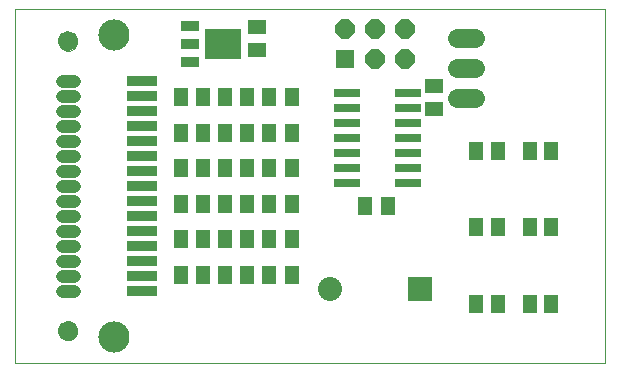
<source format=gts>
G75*
G70*
%OFA0B0*%
%FSLAX24Y24*%
%IPPOS*%
%LPD*%
%AMOC8*
5,1,8,0,0,1.08239X$1,22.5*
%
%ADD10C,0.0000*%
%ADD11R,0.0453X0.0591*%
%ADD12R,0.0910X0.0280*%
%ADD13R,0.0631X0.0355*%
%ADD14R,0.1221X0.1024*%
%ADD15R,0.0640X0.0640*%
%ADD16OC8,0.0640*%
%ADD17R,0.0591X0.0453*%
%ADD18R,0.0473X0.0631*%
%ADD19R,0.1024X0.0355*%
%ADD20C,0.1040*%
%ADD21C,0.0436*%
%ADD22C,0.0670*%
%ADD23R,0.0800X0.0800*%
%ADD24C,0.0800*%
%ADD25C,0.0640*%
D10*
X000111Y000141D02*
X000111Y011952D01*
X019796Y011952D01*
X019796Y000141D01*
X000111Y000141D01*
X001568Y001224D02*
X001570Y001259D01*
X001576Y001294D01*
X001586Y001328D01*
X001599Y001361D01*
X001616Y001392D01*
X001637Y001420D01*
X001660Y001447D01*
X001687Y001470D01*
X001715Y001491D01*
X001746Y001508D01*
X001779Y001521D01*
X001813Y001531D01*
X001848Y001537D01*
X001883Y001539D01*
X001918Y001537D01*
X001953Y001531D01*
X001987Y001521D01*
X002020Y001508D01*
X002051Y001491D01*
X002079Y001470D01*
X002106Y001447D01*
X002129Y001420D01*
X002150Y001392D01*
X002167Y001361D01*
X002180Y001328D01*
X002190Y001294D01*
X002196Y001259D01*
X002198Y001224D01*
X002196Y001189D01*
X002190Y001154D01*
X002180Y001120D01*
X002167Y001087D01*
X002150Y001056D01*
X002129Y001028D01*
X002106Y001001D01*
X002079Y000978D01*
X002051Y000957D01*
X002020Y000940D01*
X001987Y000927D01*
X001953Y000917D01*
X001918Y000911D01*
X001883Y000909D01*
X001848Y000911D01*
X001813Y000917D01*
X001779Y000927D01*
X001746Y000940D01*
X001715Y000957D01*
X001687Y000978D01*
X001660Y001001D01*
X001637Y001028D01*
X001616Y001056D01*
X001599Y001087D01*
X001586Y001120D01*
X001576Y001154D01*
X001570Y001189D01*
X001568Y001224D01*
X001568Y010869D02*
X001570Y010904D01*
X001576Y010939D01*
X001586Y010973D01*
X001599Y011006D01*
X001616Y011037D01*
X001637Y011065D01*
X001660Y011092D01*
X001687Y011115D01*
X001715Y011136D01*
X001746Y011153D01*
X001779Y011166D01*
X001813Y011176D01*
X001848Y011182D01*
X001883Y011184D01*
X001918Y011182D01*
X001953Y011176D01*
X001987Y011166D01*
X002020Y011153D01*
X002051Y011136D01*
X002079Y011115D01*
X002106Y011092D01*
X002129Y011065D01*
X002150Y011037D01*
X002167Y011006D01*
X002180Y010973D01*
X002190Y010939D01*
X002196Y010904D01*
X002198Y010869D01*
X002196Y010834D01*
X002190Y010799D01*
X002180Y010765D01*
X002167Y010732D01*
X002150Y010701D01*
X002129Y010673D01*
X002106Y010646D01*
X002079Y010623D01*
X002051Y010602D01*
X002020Y010585D01*
X001987Y010572D01*
X001953Y010562D01*
X001918Y010556D01*
X001883Y010554D01*
X001848Y010556D01*
X001813Y010562D01*
X001779Y010572D01*
X001746Y010585D01*
X001715Y010602D01*
X001687Y010623D01*
X001660Y010646D01*
X001637Y010673D01*
X001616Y010701D01*
X001599Y010732D01*
X001586Y010765D01*
X001576Y010799D01*
X001570Y010834D01*
X001568Y010869D01*
D11*
X005642Y008999D03*
X006390Y008999D03*
X007119Y008999D03*
X007867Y008999D03*
X008595Y008999D03*
X009343Y008999D03*
X009343Y007818D03*
X008595Y007818D03*
X007867Y007818D03*
X007119Y007818D03*
X006390Y007818D03*
X005642Y007818D03*
X005642Y006637D03*
X006390Y006637D03*
X007119Y006637D03*
X007867Y006637D03*
X008595Y006637D03*
X009343Y006637D03*
X009343Y005456D03*
X008595Y005456D03*
X007867Y005456D03*
X007119Y005456D03*
X006390Y005456D03*
X005642Y005456D03*
X005642Y004275D03*
X006390Y004275D03*
X007119Y004275D03*
X007867Y004275D03*
X008595Y004275D03*
X009343Y004275D03*
X009343Y003094D03*
X008595Y003094D03*
X007867Y003094D03*
X007119Y003094D03*
X006390Y003094D03*
X005642Y003094D03*
X011796Y005373D03*
X012544Y005373D03*
X015485Y004669D03*
X016233Y004669D03*
X016233Y002110D03*
X015485Y002110D03*
X015485Y007228D03*
X016233Y007228D03*
D12*
X013230Y007145D03*
X013230Y006645D03*
X013230Y006145D03*
X011180Y006145D03*
X011180Y006645D03*
X011180Y007145D03*
X011180Y007645D03*
X011180Y008145D03*
X011180Y008645D03*
X011180Y009145D03*
X013230Y009145D03*
X013230Y008645D03*
X013230Y008145D03*
X013230Y007645D03*
D13*
X005938Y010184D03*
X005938Y010775D03*
X005938Y011366D03*
D14*
X007040Y010775D03*
D15*
X011119Y010271D03*
D16*
X012119Y010271D03*
X013119Y010271D03*
X013119Y011271D03*
X012119Y011271D03*
X011119Y011271D03*
D17*
X008182Y011342D03*
X008182Y010594D03*
X014087Y009373D03*
X014087Y008625D03*
D18*
X017276Y007228D03*
X017985Y007228D03*
X017985Y004669D03*
X017276Y004669D03*
X017276Y002110D03*
X017985Y002110D03*
D19*
X004347Y002547D03*
X004347Y003047D03*
X004347Y003547D03*
X004347Y004047D03*
X004347Y004547D03*
X004347Y005047D03*
X004347Y005547D03*
X004347Y006047D03*
X004347Y006547D03*
X004347Y007047D03*
X004347Y007547D03*
X004347Y008047D03*
X004347Y008547D03*
X004347Y009047D03*
X004347Y009547D03*
D20*
X003418Y011072D03*
X003418Y001021D03*
D21*
X002081Y002547D02*
X001684Y002547D01*
X001684Y003047D02*
X002081Y003047D01*
X002081Y003547D02*
X001684Y003547D01*
X001684Y004047D02*
X002081Y004047D01*
X002081Y004547D02*
X001684Y004547D01*
X001684Y005047D02*
X002081Y005047D01*
X002081Y005547D02*
X001684Y005547D01*
X001684Y006047D02*
X002081Y006047D01*
X002081Y006547D02*
X001684Y006547D01*
X001684Y007047D02*
X002081Y007047D01*
X002081Y007547D02*
X001684Y007547D01*
X001684Y008047D02*
X002081Y008047D01*
X002081Y008547D02*
X001684Y008547D01*
X001684Y009047D02*
X002081Y009047D01*
X002081Y009547D02*
X001684Y009547D01*
D22*
X001883Y010869D03*
X001883Y001224D03*
D23*
X013615Y002602D03*
D24*
X010623Y002602D03*
D25*
X014846Y008984D02*
X015446Y008984D01*
X015446Y009984D02*
X014846Y009984D01*
X014846Y010984D02*
X015446Y010984D01*
M02*

</source>
